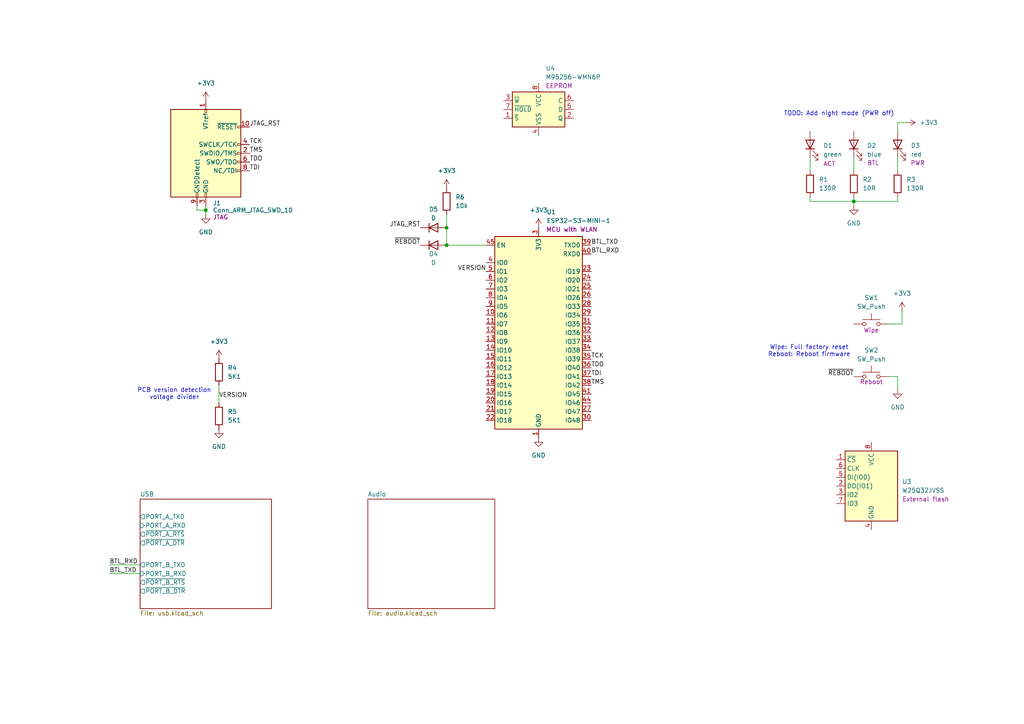
<source format=kicad_sch>
(kicad_sch (version 20231120) (generator "eeschema") (generator_version "8.0")
  (paper "A4")
  (title_block (title "soundbox"))
  (lib_symbols
    (symbol "Connector:Conn_ARM_JTAG_SWD_10" (pin_names (offset 1.016))
      (property "Reference" "J" (at -2.54 16.51 0))
      (property "Value" "Conn_ARM_JTAG_SWD_10" (at -2.54 13.97 0))
      (symbol "Conn_ARM_JTAG_SWD_10_0_1"
        (rectangle (start -10.16 12.7) (end 10.16 -12.7) (stroke (width 0.254)) (fill (type background)))
        (rectangle (start -2.794 -12.7) (end -2.286 -11.684))
        (rectangle (start -0.254 -12.7) (end 0.254 -11.684))
        (rectangle (start -0.254 12.7) (end 0.254 11.684))
        (rectangle (start 9.144 2.286) (end 10.16 2.794))
        (rectangle (start 10.16 -2.794) (end 9.144 -2.286))
        (rectangle (start 10.16 -0.254) (end 9.144 0.254))
        (rectangle (start 10.16 7.874) (end 9.144 7.366))
      )
      (symbol "Conn_ARM_JTAG_SWD_10_1_1"
        (rectangle (start 9.144 -5.334) (end 10.16 -4.826))
        (pin power_in line (at 0 15.24 270) (length 2.54) (name "VTref") (number "1"))
        (pin open_collector line (at 12.7 7.62 180) (length 2.54) (name "~{RESET}") (number "10"))
        (pin bidirectional line (at 12.7 0 180) (length 2.54) (name "SWDIO/TMS") (number "2"))
        (pin power_in line (at 0 -15.24 90) (length 2.54) (name "GND") (number "3"))
        (pin output line (at 12.7 2.54 180) (length 2.54) (name "SWCLK/TCK") (number "4"))
        (pin passive line (at 0 -15.24 90) (length 2.54) hide (name "GND") (number "5"))
        (pin input line (at 12.7 -2.54 180) (length 2.54) (name "SWO/TDO") (number "6"))
        (pin no_connect line (at -10.16 0 0) (length 2.54) hide (name "KEY") (number "7"))
        (pin output line (at 12.7 -5.08 180) (length 2.54) (name "NC/TDI") (number "8"))
        (pin passive line (at -2.54 -15.24 90) (length 2.54) (name "GNDDetect") (number "9"))
      )
    )
    (symbol "Device:D" (pin_numbers hide) (pin_names (offset 1.016) hide)
      (property "Reference" "D" (at 0 2.54 0))
      (property "Value" "D" (at 0 -2.54 0))
      (symbol "D_0_1"
        (polyline (pts (xy -1.27 1.27) (xy -1.27 -1.27)) (stroke (width 0.254)))
        (polyline (pts (xy 1.27 0) (xy -1.27 0)))
        (polyline (pts (xy 1.27 1.27) (xy 1.27 -1.27) (xy -1.27 0) (xy 1.27 1.27)) (stroke (width 0.254)))
      )
      (symbol "D_1_1"
        (pin passive line (at -3.81 0 0) (length 2.54) (name "K") (number "1"))
        (pin passive line (at 3.81 0 180) (length 2.54) (name "A") (number "2"))
      )
    )
    (symbol "Device:LED" (pin_numbers hide) (pin_names (offset 1.016) hide)
      (property "Reference" "D" (at 0 2.54 0))
      (property "Value" "LED" (at 0 -2.54 0))
      (symbol "LED_0_1"
        (polyline (pts (xy -1.27 -1.27) (xy -1.27 1.27)) (stroke (width 0.254)))
        (polyline (pts (xy -1.27 0) (xy 1.27 0)))
        (polyline (pts (xy 1.27 -1.27) (xy 1.27 1.27) (xy -1.27 0) (xy 1.27 -1.27)) (stroke (width 0.254)))
        (polyline (pts (xy -3.048 -0.762) (xy -4.572 -2.286) (xy -3.81 -2.286) (xy -4.572 -2.286) (xy -4.572 -1.524)))
        (polyline (pts (xy -1.778 -0.762) (xy -3.302 -2.286) (xy -2.54 -2.286) (xy -3.302 -2.286) (xy -3.302 -1.524)))
      )
      (symbol "LED_1_1"
        (pin passive line (at -3.81 0 0) (length 2.54) (name "K") (number "1"))
        (pin passive line (at 3.81 0 180) (length 2.54) (name "A") (number "2"))
      )
    )
    (symbol "Device:R" (pin_numbers hide) (pin_names (offset 0))
      (property "Reference" "R" (at 2.032 0 90))
      (property "Value" "R" (at 0 0 90))
      (symbol "R_0_1"
        (rectangle (start -1.016 -2.54) (end 1.016 2.54) (stroke (width 0.254)))
      )
      (symbol "R_1_1"
        (pin passive line (at 0 3.81 270) (length 1.27) (name "~") (number "1"))
        (pin passive line (at 0 -3.81 90) (length 1.27) (name "~") (number "2"))
      )
    )
    (symbol "Memory_EEPROM:M95256-WMN6P"
      (property "Reference" "U" (at -7.62 6.35 0))
      (property "Value" "M95256-WMN6P" (at 2.54 -6.35 0))
      (symbol "M95256-WMN6P_1_1"
        (rectangle (start -7.62 5.08) (end 7.62 -5.08) (stroke (width 0.254)) (fill (type background)))
        (pin input line (at -10.16 -2.54 0) (length 2.54) (name "~{S}") (number "1"))
        (pin output line (at 10.16 -2.54 180) (length 2.54) (name "Q") (number "2"))
        (pin input line (at -10.16 2.54 0) (length 2.54) (name "~{W}") (number "3"))
        (pin power_in line (at 0 -7.62 90) (length 2.54) (name "VSS") (number "4"))
        (pin input line (at 10.16 0 180) (length 2.54) (name "D") (number "5"))
        (pin input line (at 10.16 2.54 180) (length 2.54) (name "C") (number "6"))
        (pin input line (at -10.16 0 0) (length 2.54) (name "~{HOLD}") (number "7"))
        (pin power_in line (at 0 7.62 270) (length 2.54) (name "VCC") (number "8"))
      )
    )
    (symbol "Memory_Flash:W25Q32JVSS"
      (property "Reference" "U" (at -6.35 11.43 0))
      (property "Value" "W25Q32JVSS" (at 7.62 11.43 0))
      (symbol "W25Q32JVSS_0_1"
        (rectangle (start -7.62 10.16) (end 7.62 -10.16) (stroke (width 0.254)) (fill (type background)))
      )
      (symbol "W25Q32JVSS_1_1"
        (pin input line (at -10.16 7.62 0) (length 2.54) (name "~{CS}") (number "1"))
        (pin bidirectional line (at -10.16 0 0) (length 2.54) (name "DO(IO1)") (number "2"))
        (pin bidirectional line (at -10.16 -2.54 0) (length 2.54) (name "IO2") (number "3"))
        (pin power_in line (at 0 -12.7 90) (length 2.54) (name "GND") (number "4"))
        (pin bidirectional line (at -10.16 2.54 0) (length 2.54) (name "DI(IO0)") (number "5"))
        (pin input line (at -10.16 5.08 0) (length 2.54) (name "CLK") (number "6"))
        (pin bidirectional line (at -10.16 -5.08 0) (length 2.54) (name "IO3") (number "7"))
        (pin power_in line (at 0 12.7 270) (length 2.54) (name "VCC") (number "8"))
      )
    )
    (symbol "RF_Module:ESP32-S3-MINI-1"
      (property "Reference" "U" (at -11.43 29.21 0))
      (property "Value" "ESP32-S3-MINI-1" (at 12.7 29.21 0))
      (symbol "ESP32-S3-MINI-1_0_1"
        (rectangle (start -12.7 27.94) (end 12.7 -27.94) (stroke (width 0.254)) (fill (type background)))
      )
      (symbol "ESP32-S3-MINI-1_1_1"
        (pin power_in line (at 0 -30.48 90) (length 2.54) (name "GND") (number "1"))
        (pin bidirectional line (at -15.24 5.08 0) (length 2.54) (name "IO6") (number "10"))
        (pin bidirectional line (at -15.24 2.54 0) (length 2.54) (name "IO7") (number "11"))
        (pin bidirectional line (at -15.24 0 0) (length 2.54) (name "IO8") (number "12"))
        (pin bidirectional line (at -15.24 -2.54 0) (length 2.54) (name "IO9") (number "13"))
        (pin bidirectional line (at -15.24 -5.08 0) (length 2.54) (name "IO10") (number "14"))
        (pin bidirectional line (at -15.24 -7.62 0) (length 2.54) (name "IO11") (number "15"))
        (pin bidirectional line (at -15.24 -10.16 0) (length 2.54) (name "IO12") (number "16"))
        (pin bidirectional line (at -15.24 -12.7 0) (length 2.54) (name "IO13") (number "17"))
        (pin bidirectional line (at -15.24 -15.24 0) (length 2.54) (name "IO14") (number "18"))
        (pin bidirectional line (at -15.24 -17.78 0) (length 2.54) (name "IO15") (number "19"))
        (pin passive line (at 0 -30.48 90) (length 2.54) hide (name "GND") (number "2"))
        (pin bidirectional line (at -15.24 -20.32 0) (length 2.54) (name "IO16") (number "20"))
        (pin bidirectional line (at -15.24 -22.86 0) (length 2.54) (name "IO17") (number "21"))
        (pin bidirectional line (at -15.24 -25.4 0) (length 2.54) (name "IO18") (number "22"))
        (pin bidirectional line (at 15.24 17.78 180) (length 2.54) (name "IO19") (number "23"))
        (pin bidirectional line (at 15.24 15.24 180) (length 2.54) (name "IO20") (number "24"))
        (pin bidirectional line (at 15.24 12.7 180) (length 2.54) (name "IO21") (number "25"))
        (pin bidirectional line (at 15.24 10.16 180) (length 2.54) (name "IO26") (number "26"))
        (pin bidirectional line (at 15.24 -22.86 180) (length 2.54) (name "IO47") (number "27"))
        (pin bidirectional line (at 15.24 7.62 180) (length 2.54) (name "IO33") (number "28"))
        (pin bidirectional line (at 15.24 5.08 180) (length 2.54) (name "IO34") (number "29"))
        (pin power_in line (at 0 30.48 270) (length 2.54) (name "3V3") (number "3"))
        (pin bidirectional line (at 15.24 -25.4 180) (length 2.54) (name "IO48") (number "30"))
        (pin bidirectional line (at 15.24 2.54 180) (length 2.54) (name "IO35") (number "31"))
        (pin bidirectional line (at 15.24 0 180) (length 2.54) (name "IO36") (number "32"))
        (pin bidirectional line (at 15.24 -2.54 180) (length 2.54) (name "IO37") (number "33"))
        (pin bidirectional line (at 15.24 -5.08 180) (length 2.54) (name "IO38") (number "34"))
        (pin bidirectional line (at 15.24 -7.62 180) (length 2.54) (name "IO39") (number "35"))
        (pin bidirectional line (at 15.24 -10.16 180) (length 2.54) (name "IO40") (number "36"))
        (pin bidirectional line (at 15.24 -12.7 180) (length 2.54) (name "IO41") (number "37"))
        (pin bidirectional line (at 15.24 -15.24 180) (length 2.54) (name "IO42") (number "38"))
        (pin bidirectional line (at 15.24 25.4 180) (length 2.54) (name "TXD0") (number "39"))
        (pin bidirectional line (at -15.24 20.32 0) (length 2.54) (name "IO0") (number "4"))
        (pin bidirectional line (at 15.24 22.86 180) (length 2.54) (name "RXD0") (number "40"))
        (pin bidirectional line (at 15.24 -17.78 180) (length 2.54) (name "IO45") (number "41"))
        (pin passive line (at 0 -30.48 90) (length 2.54) hide (name "GND") (number "42"))
        (pin passive line (at 0 -30.48 90) (length 2.54) hide (name "GND") (number "43"))
        (pin bidirectional line (at 15.24 -20.32 180) (length 2.54) (name "IO46") (number "44"))
        (pin input line (at -15.24 25.4 0) (length 2.54) (name "EN") (number "45"))
        (pin passive line (at 0 -30.48 90) (length 2.54) hide (name "GND") (number "46"))
        (pin passive line (at 0 -30.48 90) (length 2.54) hide (name "GND") (number "47"))
        (pin passive line (at 0 -30.48 90) (length 2.54) hide (name "GND") (number "48"))
        (pin passive line (at 0 -30.48 90) (length 2.54) hide (name "GND") (number "49"))
        (pin bidirectional line (at -15.24 17.78 0) (length 2.54) (name "IO1") (number "5"))
        (pin passive line (at 0 -30.48 90) (length 2.54) hide (name "GND") (number "50"))
        (pin passive line (at 0 -30.48 90) (length 2.54) hide (name "GND") (number "51"))
        (pin passive line (at 0 -30.48 90) (length 2.54) hide (name "GND") (number "52"))
        (pin passive line (at 0 -30.48 90) (length 2.54) hide (name "GND") (number "53"))
        (pin passive line (at 0 -30.48 90) (length 2.54) hide (name "GND") (number "54"))
        (pin passive line (at 0 -30.48 90) (length 2.54) hide (name "GND") (number "55"))
        (pin passive line (at 0 -30.48 90) (length 2.54) hide (name "GND") (number "56"))
        (pin passive line (at 0 -30.48 90) (length 2.54) hide (name "GND") (number "57"))
        (pin passive line (at 0 -30.48 90) (length 2.54) hide (name "GND") (number "58"))
        (pin passive line (at 0 -30.48 90) (length 2.54) hide (name "GND") (number "59"))
        (pin bidirectional line (at -15.24 15.24 0) (length 2.54) (name "IO2") (number "6"))
        (pin passive line (at 0 -30.48 90) (length 2.54) hide (name "GND") (number "60"))
        (pin passive line (at 0 -30.48 90) (length 2.54) hide (name "GND") (number "61"))
        (pin passive line (at 0 -30.48 90) (length 2.54) hide (name "GND") (number "62"))
        (pin passive line (at 0 -30.48 90) (length 2.54) hide (name "GND") (number "63"))
        (pin passive line (at 0 -30.48 90) (length 2.54) hide (name "GND") (number "64"))
        (pin passive line (at 0 -30.48 90) (length 2.54) hide (name "GND") (number "65"))
        (pin bidirectional line (at -15.24 12.7 0) (length 2.54) (name "IO3") (number "7"))
        (pin bidirectional line (at -15.24 10.16 0) (length 2.54) (name "IO4") (number "8"))
        (pin bidirectional line (at -15.24 7.62 0) (length 2.54) (name "IO5") (number "9"))
      )
    )
    (symbol "Switch:SW_Push" (pin_numbers hide) (pin_names (offset 1.016) hide)
      (property "Reference" "SW" (at 1.27 2.54 0))
      (property "Value" "SW_Push" (at 0 -1.524 0))
      (symbol "SW_Push_0_1"
        (circle (center -2.032 0) (radius 0.508))
        (polyline (pts (xy 0 1.27) (xy 0 3.048)))
        (polyline (pts (xy 2.54 1.27) (xy -2.54 1.27)))
        (circle (center 2.032 0) (radius 0.508))
        (pin passive line (at -5.08 0 0) (length 2.54) (name "1") (number "1"))
        (pin passive line (at 5.08 0 180) (length 2.54) (name "2") (number "2"))
      )
    )
    (symbol "power:+3V3" (power) (pin_numbers hide) (pin_names (offset 0) hide)
      (property "Value" "+3V3" (at 0 3.556 0))
      (symbol "+3V3_0_1"
        (polyline (pts (xy -0.762 1.27) (xy 0 2.54)))
        (polyline (pts (xy 0 0) (xy 0 2.54)))
        (polyline (pts (xy 0 2.54) (xy 0.762 1.27)))
      )
      (symbol "+3V3_1_1"
        (pin power_in line (at 0 0 90) (length 0) (name "~") (number "1"))
      )
    )
    (symbol "power:GND" (power) (pin_numbers hide) (pin_names (offset 0) hide)
      (property "Value" "GND" (at 0 -3.81 0))
      (symbol "GND_0_1"
        (polyline (pts (xy 0 0) (xy 0 -1.27) (xy 1.27 -1.27) (xy 0 -2.54) (xy -1.27 -1.27) (xy 0 -1.27)))
      )
      (symbol "GND_1_1"
        (pin power_in line (at 0 0 270) (length 0) (name "~") (number "1"))
      )
    )
  )
  (junction (at 129.54 71.12))
  (junction (at 59.69 60.96))
  (junction (at 129.54 66.04))
  (junction (at 247.65 58.42))
  (wire (pts (xy 260.35 57.15) (xy 260.35 58.42)))
  (wire (pts (xy 234.95 58.42) (xy 247.65 58.42)))
  (wire (pts (xy 234.95 45.72) (xy 234.95 49.53)))
  (wire (pts (xy 57.15 59.69) (xy 57.15 60.96)))
  (wire (pts (xy 260.35 109.22) (xy 260.35 113.03)))
  (wire (pts (xy 257.81 93.98) (xy 261.62 93.98)))
  (wire (pts (xy 257.81 109.22) (xy 260.35 109.22)))
  (wire (pts (xy 261.62 90.17) (xy 261.62 93.98)))
  (wire (pts (xy 59.69 62.23) (xy 59.69 60.96)))
  (wire (pts (xy 31.75 166.37) (xy 40.64 166.37)))
  (wire (pts (xy 59.69 60.96) (xy 57.15 60.96)))
  (wire (pts (xy 129.54 66.04) (xy 129.54 71.12)))
  (wire (pts (xy 260.35 35.56) (xy 262.89 35.56)))
  (wire (pts (xy 63.5 111.76) (xy 63.5 116.84)))
  (wire (pts (xy 247.65 58.42) (xy 247.65 59.69)))
  (wire (pts (xy 129.54 71.12) (xy 140.97 71.12)))
  (wire (pts (xy 260.35 38.1) (xy 260.35 35.56)))
  (wire (pts (xy 129.54 62.23) (xy 129.54 66.04)))
  (wire (pts (xy 247.65 45.72) (xy 247.65 49.53)))
  (wire (pts (xy 260.35 45.72) (xy 260.35 49.53)))
  (wire (pts (xy 247.65 57.15) (xy 247.65 58.42)))
  (wire (pts (xy 59.69 59.69) (xy 59.69 60.96)))
  (wire (pts (xy 247.65 58.42) (xy 260.35 58.42)))
  (wire (pts (xy 31.75 163.83) (xy 40.64 163.83)))
  (wire (pts (xy 234.95 57.15) (xy 234.95 58.42)))
  (text "Wipe: Full factory reset\nReboot: Reboot firmware" (at 234.696 101.854 0) (effects (font (size 1.27 1.27))))
  (text "TODO: Add night mode (PWR off)" (at 243.332 33.02 0) (effects (font (size 1.27 1.27))))
  (text "PCB version detection\nvoltage divider" (at 50.546 114.3 0) (effects (font (size 1.27 1.27))))
  (label "VERSION" (at 63.5 115.57 0))
  (label "TCK" (at 72.39 41.91 0))
  (label "~{REBOOT}" (at 121.92 71.12 180))
  (label "~{REBOOT}" (at 247.65 109.22 180))
  (label "TDI" (at 171.45 109.22 0))
  (label "BTL_RXD" (at 171.45 73.66 0))
  (label "TDO" (at 171.45 106.68 0))
  (label "JTAG_RST" (at 121.92 66.04 180))
  (label "BTL_RXD" (at 31.75 163.83 0))
  (label "JTAG_RST" (at 72.39 36.83 0))
  (label "TCK" (at 171.45 104.14 0))
  (label "TDO" (at 72.39 46.99 0))
  (label "BTL_TXD" (at 171.45 71.12 0))
  (label "BTL_TXD" (at 31.75 166.37 0))
  (label "TMS" (at 72.39 44.45 0))
  (label "TMS" (at 171.45 111.76 0))
  (label "VERSION" (at 140.97 78.74 180))
  (label "TDI" (at 72.39 49.53 0))
  (symbol (lib_id "power:GND") (at 156.21 127 0) (unit 1)
    (property "Reference" "#PWR015" (effects (hide yes)))
    (property "Value" "GND" (at 156.21 132.08 0))
    (property "Description" "Power symbol creates a global label with name \"GND\" , ground" (effects (hide yes)))
  )
  (symbol (lib_id "power:GND") (at 247.65 59.69 0) (unit 1)
    (property "Reference" "#PWR012" (effects (hide yes)))
    (property "Value" "GND" (at 247.65 64.77 0))
    (property "Description" "Power symbol creates a global label with name \"GND\" , ground" (effects (hide yes)))
  )
  (symbol (lib_id "power:GND") (at 63.5 124.46 0) (unit 1)
    (property "Reference" "#PWR01" (effects (hide yes)))
    (property "Value" "GND" (at 63.5 129.54 0))
    (property "Description" "Power symbol creates a global label with name \"GND\" , ground" (effects (hide yes)))
  )
  (symbol (lib_id "RF_Module:ESP32-S3-MINI-1") (at 156.21 96.52 0) (unit 1)
    (property "Reference" "U1" (at 158.496 61.468 0) (effects (justify left)))
    (property "Value" "ESP32-S3-MINI-1" (at 158.496 64.008 0) (effects (justify left)))
    (property "Footprint" "RF_Module:ESP32-S2-MINI-1" (effects (hide yes)))
    (property "Datasheet" "https://www.espressif.com/sites/default/files/documentation/esp32-s3-mini-1_mini-1u_datasheet_en.pdf" (effects (hide yes)))
    (property "Description" "MCU with WLAN" (at 165.862 66.548 0))
    (property "MPN" "ESP32-S3-MINI-1-N8" (effects (hide yes)))
    (property "Manufacturer" "Espressif Systems" (effects (hide yes)))
  )
  (symbol (lib_id "Memory_Flash:W25Q32JVSS") (at 252.73 140.97 0) (unit 1)
    (property "Reference" "U3" (at 261.62 139.6999 0) (effects (justify left)))
    (property "Value" "W25Q32JVSS" (at 261.62 142.2399 0) (effects (justify left)))
    (property "Footprint" "Package_SO:SOIC-8_5.23x5.23mm_P1.27mm" (effects (hide yes)))
    (property "Datasheet" "http://www.winbond.com/resource-files/w25q32jv%20revg%2003272018%20plus.pdf" (effects (hide yes)))
    (property "Description" "External flash" (at 268.478 144.78 0))
    (property "MPN" "W25Q32JVSSIQ" (effects (hide yes)))
    (property "Manufacturer" "Winbond Electronics" (effects (hide yes)))
  )
  (symbol (lib_id "Connector:Conn_ARM_JTAG_SWD_10") (at 59.69 44.45 0) (unit 1)
    (property "Reference" "J1" (at 61.722 58.928 0) (effects (justify left)))
    (property "Value" "Conn_ARM_JTAG_SWD_10" (at 61.722 60.96 0) (effects (justify left)))
    (property "Datasheet" "https://mm.digikey.com/Volume0/opasdata/d220001/medias/docus/6209/ftsh-1xx-xx-xxx-dv-xxx-xxx-x-xx-mkt.pdf" (effects (hide yes)))
    (property "Description" "JTAG" (at 61.722 62.992 0) (effects (justify left)))
    (property "MPN" "FTSH-105-01-L-DV-007-K-TR" (effects (hide yes)))
    (property "Manufacturer" "samtec" (effects (hide yes)))
  )
  (symbol (lib_id "Switch:SW_Push") (at 252.73 109.22 0) (unit 1)
    (property "Reference" "SW2" (at 252.73 101.6 0))
    (property "Value" "SW_Push" (at 252.73 104.14 0))
    (property "Footprint" "Button_Switch_SMD:SW_SPST_TL3305B" (effects (hide yes)))
    (property "Datasheet" "https://www.e-switch.com/wp-content/uploads/2024/08/TL3305.pdf" (effects (hide yes)))
    (property "Description" "Reboot" (at 252.73 110.744 0))
    (property "MPN" "TL3305BF260QG" (effects (hide yes)))
    (property "Manufacturer" "E-Switch" (effects (hide yes)))
  )
  (symbol (lib_id "power:+3V3") (at 59.69 29.21 0) (unit 1)
    (property "Reference" "#PWR016" (effects (hide yes)))
    (property "Value" "+3V3" (at 59.69 24.13 0))
    (property "Description" "Power symbol creates a global label with name \"+3V3\"" (effects (hide yes)))
  )
  (symbol (lib_id "power:+3V3") (at 156.21 66.04 0) (unit 1)
    (property "Reference" "#PWR014" (effects (hide yes)))
    (property "Value" "+3V3" (at 156.21 60.96 0))
    (property "Description" "Power symbol creates a global label with name \"+3V3\"" (effects (hide yes)))
  )
  (symbol (lib_id "Device:R") (at 129.54 58.42 0) (unit 1)
    (property "Reference" "R6" (at 132.08 57.1499 0) (effects (justify left)))
    (property "Value" "10k" (at 132.08 59.6899 0) (effects (justify left)))
    (property "Description" "Resistor" (effects (hide yes)))
  )
  (symbol (lib_id "power:+3V3") (at 63.5 104.14 0) (unit 1)
    (property "Reference" "#PWR02" (effects (hide yes)))
    (property "Value" "+3V3" (at 63.5 99.06 0))
    (property "Description" "Power symbol creates a global label with name \"+3V3\"" (effects (hide yes)))
  )
  (symbol (lib_id "Device:R") (at 260.35 53.34 0) (unit 1)
    (property "Reference" "R3" (at 262.89 52.0699 0) (effects (justify left)))
    (property "Value" "130R" (at 262.89 54.6099 0) (effects (justify left)))
    (property "Footprint" "Resistor_SMD:R_0603_1608Metric" (effects (hide yes)))
    (property "Datasheet" "https://industrial.panasonic.com/cdbs/www-data/pdf/RDA0000/AOA0000C304.pdf" (effects (hide yes)))
    (property "Description" "Resistor" (effects (hide yes)))
    (property "MPN" "ERJ-3EKF1300V" (effects (hide yes)))
    (property "Manufacturer" "Panasonic Electronic Components" (effects (hide yes)))
  )
  (symbol (lib_id "Switch:SW_Push") (at 252.73 93.98 0) (unit 1)
    (property "Reference" "SW1" (at 252.73 86.36 0))
    (property "Value" "SW_Push" (at 252.73 88.9 0))
    (property "Footprint" "Button_Switch_SMD:SW_SPST_TL3305B" (effects (hide yes)))
    (property "Datasheet" "https://www.e-switch.com/wp-content/uploads/2024/08/TL3305.pdf" (effects (hide yes)))
    (property "Description" "Wipe" (at 252.73 95.758 0))
    (property "MPN" "TL3305BF260QG" (effects (hide yes)))
    (property "Manufacturer" "E-Switch" (effects (hide yes)))
  )
  (symbol (lib_id "power:+3V3") (at 129.54 54.61 0) (unit 1)
    (property "Reference" "#PWR018" (effects (hide yes)))
    (property "Value" "+3V3" (at 129.54 49.53 0))
    (property "Description" "Power symbol creates a global label with name \"+3V3\"" (effects (hide yes)))
  )
  (symbol (lib_id "Device:D") (at 125.73 71.12 0) (unit 1)
    (property "Reference" "D4" (at 125.73 73.66 0))
    (property "Value" "D" (at 125.73 76.2 0))
    (property "Description" "Diode" (effects (hide yes)))
    (property "Sim.Device" "D" (effects (hide yes)))
    (property "Sim.Pins" "1=K 2=A" (effects (hide yes)))
  )
  (symbol (lib_id "Device:R") (at 247.65 53.34 0) (unit 1)
    (property "Reference" "R2" (at 250.19 52.0699 0) (effects (justify left)))
    (property "Value" "10R" (at 250.19 54.6099 0) (effects (justify left)))
    (property "Footprint" "Resistor_SMD:R_0603_1608Metric" (effects (hide yes)))
    (property "Datasheet" "https://industrial.panasonic.com/cdbs/www-data/pdf/RDO0000/AOA0000C331.pdf" (effects (hide yes)))
    (property "Description" "Resistor" (effects (hide yes)))
    (property "MPN" "ERJ-PA3F10R0V" (effects (hide yes)))
    (property "Manufacturer" "Panasonic Electronic Components" (effects (hide yes)))
  )
  (symbol (lib_id "power:+3V3") (at 261.62 90.17 0) (unit 1)
    (property "Reference" "#PWR011" (effects (hide yes)))
    (property "Value" "+3V3" (at 261.62 85.09 0))
    (property "Description" "Power symbol creates a global label with name \"+3V3\"" (effects (hide yes)))
  )
  (symbol (lib_id "power:GND") (at 59.69 62.23 0) (unit 1)
    (property "Reference" "#PWR017" (effects (hide yes)))
    (property "Value" "GND" (at 59.69 67.31 0))
    (property "Description" "Power symbol creates a global label with name \"GND\" , ground" (effects (hide yes)))
  )
  (symbol (lib_id "Device:D") (at 125.73 66.04 0) (unit 1)
    (property "Reference" "D5" (at 125.73 60.706 0))
    (property "Value" "D" (at 125.73 63.246 0))
    (property "Description" "Diode" (effects (hide yes)))
    (property "Sim.Device" "D" (effects (hide yes)))
    (property "Sim.Pins" "1=K 2=A" (effects (hide yes)))
  )
  (symbol (lib_id "Device:R") (at 63.5 120.65 0) (unit 1)
    (property "Reference" "R5" (at 66.04 119.3799 0) (effects (justify left)))
    (property "Value" "5K1" (at 66.04 121.9199 0) (effects (justify left)))
    (property "Footprint" "Resistor_SMD:R_0603_1608Metric" (effects (hide yes)))
    (property "Datasheet" "https://industrial.panasonic.com/cdbs/www-data/pdf/RDA0000/AOA0000C304.pdf" (effects (hide yes)))
    (property "Description" "Resistor" (effects (hide yes)))
    (property "MPN" "ERJ-3EKF5101V" (effects (hide yes)))
    (property "Manufacturer" "Panasonic Electronic Components" (effects (hide yes)))
  )
  (symbol (lib_id "Device:LED") (at 234.95 41.91 90) (unit 1)
    (property "Reference" "D1" (at 238.76 42.2274 90) (effects (justify right)))
    (property "Value" "green" (at 238.76 44.7674 90) (effects (justify right)))
    (property "Footprint" "LED_SMD:LED_1206_3216Metric" (effects (hide yes)))
    (property "Datasheet" "https://s3-us-west-2.amazonaws.com/catsy.557/Dialight_CBI_data_598-1206_Apr2018.pdf" (effects (hide yes)))
    (property "Description" "ACT" (at 240.538 47.498 90))
    (property "MPN" "598-8270-107F" (effects (hide yes)))
    (property "Manufacturer" "Dialight" (effects (hide yes)))
  )
  (symbol (lib_id "Device:R") (at 63.5 107.95 0) (unit 1)
    (property "Reference" "R4" (at 66.04 106.6799 0) (effects (justify left)))
    (property "Value" "5K1" (at 66.04 109.2199 0) (effects (justify left)))
    (property "Footprint" "Resistor_SMD:R_0603_1608Metric" (effects (hide yes)))
    (property "Datasheet" "https://industrial.panasonic.com/cdbs/www-data/pdf/RDA0000/AOA0000C304.pdf" (effects (hide yes)))
    (property "Description" "Resistor" (effects (hide yes)))
    (property "MPN" "ERJ-3EKF5101V" (effects (hide yes)))
    (property "Manufacturer" "Panasonic Electronic Components" (effects (hide yes)))
  )
  (symbol (lib_id "Device:R") (at 234.95 53.34 0) (unit 1)
    (property "Reference" "R1" (at 237.49 52.0699 0) (effects (justify left)))
    (property "Value" "130R" (at 237.49 54.6099 0) (effects (justify left)))
    (property "Footprint" "Resistor_SMD:R_0603_1608Metric" (effects (hide yes)))
    (property "Datasheet" "https://industrial.panasonic.com/cdbs/www-data/pdf/RDA0000/AOA0000C304.pdf" (effects (hide yes)))
    (property "Description" "Resistor" (effects (hide yes)))
    (property "MPN" "ERJ-3EKF1300V" (effects (hide yes)))
    (property "Manufacturer" "Panasonic Electronic Components" (effects (hide yes)))
  )
  (symbol (lib_id "Memory_EEPROM:M95256-WMN6P") (at 156.21 31.75 0) (unit 1)
    (property "Reference" "U4" (at 158.242 19.812 0) (effects (justify left)))
    (property "Value" "M95256-WMN6P" (at 158.242 22.352 0) (effects (justify left)))
    (property "Footprint" "Package_SO:SOIC-8_3.9x4.9mm_P1.27mm" (effects (hide yes)))
    (property "Datasheet" "http://www.st.com/content/ccc/resource/technical/document/datasheet/9d/75/f0/3e/76/00/4c/0b/CD00103810.pdf/files/CD00103810.pdf/jcr:content/translations/en.CD00103810.pdf" (effects (hide yes)))
    (property "Description" "EEPROM" (at 162.1439 24.892 0))
    (property "MPN" "M95256-WMN6P" (effects (hide yes)))
    (property "Manufacturer" "STMicroelectronics" (effects (hide yes)))
  )
  (symbol (lib_id "Device:LED") (at 260.35 41.91 90) (unit 1)
    (property "Reference" "D3" (at 264.16 42.2274 90) (effects (justify right)))
    (property "Value" "red" (at 264.16 44.7674 90) (effects (justify right)))
    (property "Footprint" "LED_SMD:LED_1206_3216Metric" (effects (hide yes)))
    (property "Datasheet" "https://s3-us-west-2.amazonaws.com/catsy.557/Dialight_CBI_data_598-1206_Apr2018.pdf" (effects (hide yes)))
    (property "Description" "PWR" (at 266.192 47.244 90))
    (property "MPN" "598-8210-107F" (effects (hide yes)))
    (property "Manufacturer" "Dialight" (effects (hide yes)))
  )
  (symbol (lib_id "power:GND") (at 260.35 113.03 0) (unit 1)
    (property "Reference" "#PWR019" (effects (hide yes)))
    (property "Value" "GND" (at 260.35 118.11 0))
    (property "Description" "Power symbol creates a global label with name \"GND\" , ground" (effects (hide yes)))
  )
  (symbol (lib_id "power:+3V3") (at 262.89 35.56 270) (unit 1)
    (property "Reference" "#PWR013" (effects (hide yes)))
    (property "Value" "+3V3" (at 266.7 35.5599 90) (effects (justify left)))
    (property "Description" "Power symbol creates a global label with name \"+3V3\"" (effects (hide yes)))
  )
  (symbol (lib_id "Device:LED") (at 247.65 41.91 90) (unit 1)
    (property "Reference" "D2" (at 251.46 42.2274 90) (effects (justify right)))
    (property "Value" "blue" (at 251.46 44.7674 90) (effects (justify right)))
    (property "Footprint" "LED_SMD:LED_1206_3216Metric" (effects (hide yes)))
    (property "Datasheet" "https://s3-us-west-2.amazonaws.com/catsy.557/Dialight_CBI_data_598-1206_Apr2018.pdf" (effects (hide yes)))
    (property "Description" "BTL" (at 253.238 47.244 90))
    (property "MPN" "598-8291-107F" (effects (hide yes)))
    (property "Manufacturer" "Dialight" (effects (hide yes)))
  )
  (sheet (at 40.64 144.78) (size 38.1 31.75) (stroke (width 0.1524))
    (property "Sheetname" "USB" (at 40.64 144.0684 0) (effects (justify left bottom)))
    (property "Sheetfile" "usb.kicad_sch" (at 40.64 177.1146 0) (effects (justify left top)))
    (pin "PORT_A_TXD" output (at 40.64 149.86 180))
    (pin "PORT_A_RXD" input (at 40.64 152.4 180))
    (pin "PORT_B_TXD" output (at 40.64 163.83 180))
    (pin "PORT_B_RXD" input (at 40.64 166.37 180))
    (pin "~{PORT_B_RTS}" output (at 40.64 168.91 180))
    (pin "~{PORT_B_DTR}" output (at 40.64 171.45 180))
    (pin "~{PORT_A_RTS}" output (at 40.64 154.94 180))
    (pin "~{PORT_A_DTR}" output (at 40.64 157.48 180))
  )
  (sheet (at 106.68 144.78) (size 36.83 31.75) (stroke (width 0.1524))
    (property "Sheetname" "Audio" (at 106.68 144.0684 0) (effects (justify left bottom)))
    (property "Sheetfile" "audio.kicad_sch" (at 106.68 177.1146 0) (effects (justify left top)))
  )
)
</source>
